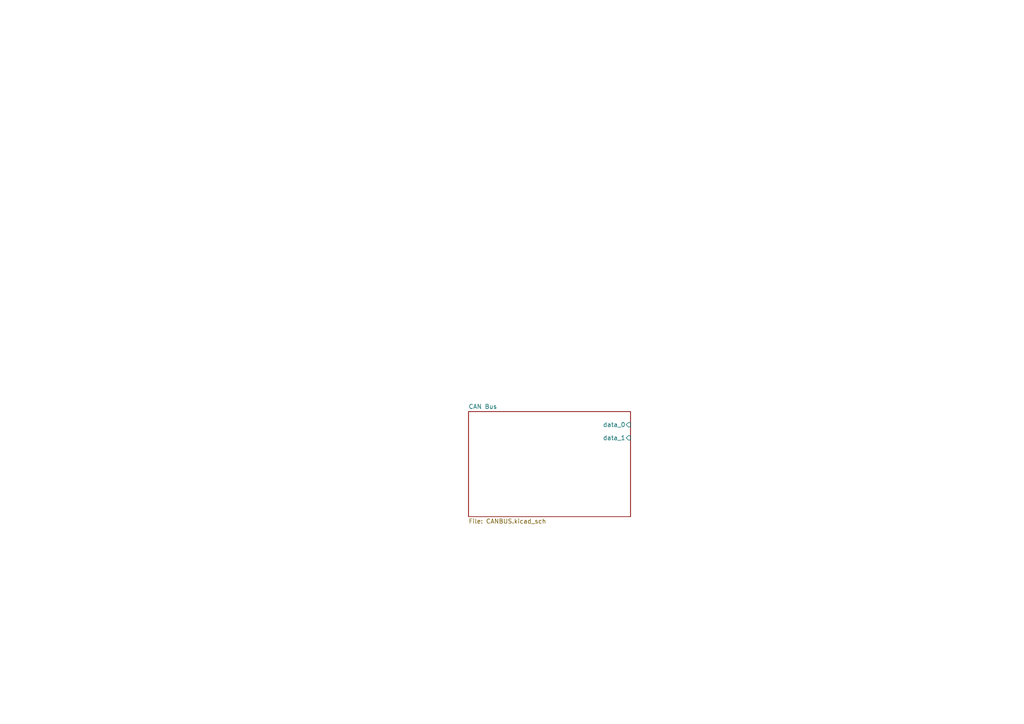
<source format=kicad_sch>
(kicad_sch (version 20230121) (generator eeschema)
  (paper "A4")
  (lib_symbols)
  (sheet (at 135.89 119.38) (size 46.99 30.48) (stroke (width 0.1524))
    (property "Sheetname" "CAN Bus" (at 135.89 118.6684 0) (effects (justify left bottom)))
    (property "Sheetfile" "CANBUS.kicad_sch" (at 135.89 150.4446 0) (effects (justify left top)))
    (pin "data_0" input (at 182.88 123.19 0))
    (pin "data_1" input (at 182.88 127 0))
  )
)
</source>
